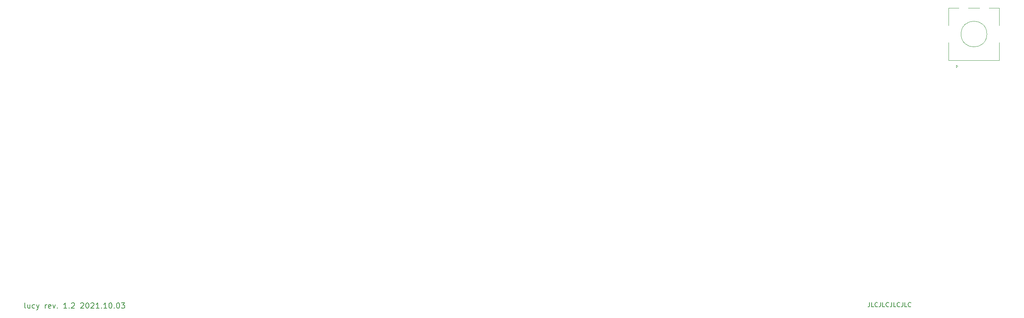
<source format=gto>
G04 #@! TF.GenerationSoftware,KiCad,Pcbnew,(5.1.4-0-10_14)*
G04 #@! TF.CreationDate,2021-10-03T12:43:46-05:00*
G04 #@! TF.ProjectId,lucy,6c756379-2e6b-4696-9361-645f70636258,rev?*
G04 #@! TF.SameCoordinates,Original*
G04 #@! TF.FileFunction,Legend,Top*
G04 #@! TF.FilePolarity,Positive*
%FSLAX46Y46*%
G04 Gerber Fmt 4.6, Leading zero omitted, Abs format (unit mm)*
G04 Created by KiCad (PCBNEW (5.1.4-0-10_14)) date 2021-10-03 12:43:46*
%MOMM*%
%LPD*%
G04 APERTURE LIST*
%ADD10C,0.200000*%
%ADD11C,0.150000*%
%ADD12C,0.120000*%
%ADD13C,2.540000*%
%ADD14C,1.701800*%
%ADD15C,3.987800*%
%ADD16R,2.000000X2.000000*%
%ADD17C,2.000000*%
%ADD18R,2.000000X3.200000*%
%ADD19C,0.100000*%
%ADD20C,1.803400*%
%ADD21O,1.300000X1.900000*%
%ADD22C,0.650000*%
%ADD23O,1.300000X2.400000*%
G04 APERTURE END LIST*
D10*
X99984070Y-117065476D02*
X99865022Y-117005952D01*
X99805499Y-116886904D01*
X99805499Y-115815476D01*
X100995975Y-116232142D02*
X100995975Y-117065476D01*
X100460260Y-116232142D02*
X100460260Y-116886904D01*
X100519784Y-117005952D01*
X100638832Y-117065476D01*
X100817403Y-117065476D01*
X100936451Y-117005952D01*
X100995975Y-116946428D01*
X102126927Y-117005952D02*
X102007880Y-117065476D01*
X101769784Y-117065476D01*
X101650737Y-117005952D01*
X101591213Y-116946428D01*
X101531689Y-116827380D01*
X101531689Y-116470238D01*
X101591213Y-116351190D01*
X101650737Y-116291666D01*
X101769784Y-116232142D01*
X102007880Y-116232142D01*
X102126927Y-116291666D01*
X102543594Y-116232142D02*
X102841213Y-117065476D01*
X103138832Y-116232142D02*
X102841213Y-117065476D01*
X102722165Y-117363095D01*
X102662641Y-117422619D01*
X102543594Y-117482142D01*
X104567403Y-117065476D02*
X104567403Y-116232142D01*
X104567403Y-116470238D02*
X104626927Y-116351190D01*
X104686451Y-116291666D01*
X104805499Y-116232142D01*
X104924546Y-116232142D01*
X105817403Y-117005952D02*
X105698356Y-117065476D01*
X105460260Y-117065476D01*
X105341213Y-117005952D01*
X105281689Y-116886904D01*
X105281689Y-116410714D01*
X105341213Y-116291666D01*
X105460260Y-116232142D01*
X105698356Y-116232142D01*
X105817403Y-116291666D01*
X105876927Y-116410714D01*
X105876927Y-116529761D01*
X105281689Y-116648809D01*
X106293594Y-116232142D02*
X106591213Y-117065476D01*
X106888832Y-116232142D01*
X107365022Y-116946428D02*
X107424546Y-117005952D01*
X107365022Y-117065476D01*
X107305499Y-117005952D01*
X107365022Y-116946428D01*
X107365022Y-117065476D01*
X109567403Y-117065476D02*
X108853118Y-117065476D01*
X109210260Y-117065476D02*
X109210260Y-115815476D01*
X109091213Y-115994047D01*
X108972165Y-116113095D01*
X108853118Y-116172619D01*
X110103118Y-116946428D02*
X110162641Y-117005952D01*
X110103118Y-117065476D01*
X110043594Y-117005952D01*
X110103118Y-116946428D01*
X110103118Y-117065476D01*
X110638832Y-115934523D02*
X110698356Y-115875000D01*
X110817403Y-115815476D01*
X111115022Y-115815476D01*
X111234070Y-115875000D01*
X111293594Y-115934523D01*
X111353118Y-116053571D01*
X111353118Y-116172619D01*
X111293594Y-116351190D01*
X110579308Y-117065476D01*
X111353118Y-117065476D01*
X112781689Y-115934523D02*
X112841213Y-115875000D01*
X112960260Y-115815476D01*
X113257880Y-115815476D01*
X113376927Y-115875000D01*
X113436451Y-115934523D01*
X113495975Y-116053571D01*
X113495975Y-116172619D01*
X113436451Y-116351190D01*
X112722165Y-117065476D01*
X113495975Y-117065476D01*
X114269784Y-115815476D02*
X114388832Y-115815476D01*
X114507880Y-115875000D01*
X114567403Y-115934523D01*
X114626927Y-116053571D01*
X114686451Y-116291666D01*
X114686451Y-116589285D01*
X114626927Y-116827380D01*
X114567403Y-116946428D01*
X114507880Y-117005952D01*
X114388832Y-117065476D01*
X114269784Y-117065476D01*
X114150737Y-117005952D01*
X114091213Y-116946428D01*
X114031689Y-116827380D01*
X113972165Y-116589285D01*
X113972165Y-116291666D01*
X114031689Y-116053571D01*
X114091213Y-115934523D01*
X114150737Y-115875000D01*
X114269784Y-115815476D01*
X115162641Y-115934523D02*
X115222165Y-115875000D01*
X115341213Y-115815476D01*
X115638832Y-115815476D01*
X115757880Y-115875000D01*
X115817403Y-115934523D01*
X115876927Y-116053571D01*
X115876927Y-116172619D01*
X115817403Y-116351190D01*
X115103118Y-117065476D01*
X115876927Y-117065476D01*
X117067403Y-117065476D02*
X116353118Y-117065476D01*
X116710260Y-117065476D02*
X116710260Y-115815476D01*
X116591213Y-115994047D01*
X116472165Y-116113095D01*
X116353118Y-116172619D01*
X117603118Y-116946428D02*
X117662641Y-117005952D01*
X117603118Y-117065476D01*
X117543594Y-117005952D01*
X117603118Y-116946428D01*
X117603118Y-117065476D01*
X118853118Y-117065476D02*
X118138832Y-117065476D01*
X118495975Y-117065476D02*
X118495975Y-115815476D01*
X118376927Y-115994047D01*
X118257880Y-116113095D01*
X118138832Y-116172619D01*
X119626927Y-115815476D02*
X119745975Y-115815476D01*
X119865022Y-115875000D01*
X119924546Y-115934523D01*
X119984070Y-116053571D01*
X120043594Y-116291666D01*
X120043594Y-116589285D01*
X119984070Y-116827380D01*
X119924546Y-116946428D01*
X119865022Y-117005952D01*
X119745975Y-117065476D01*
X119626927Y-117065476D01*
X119507880Y-117005952D01*
X119448356Y-116946428D01*
X119388832Y-116827380D01*
X119329308Y-116589285D01*
X119329308Y-116291666D01*
X119388832Y-116053571D01*
X119448356Y-115934523D01*
X119507880Y-115875000D01*
X119626927Y-115815476D01*
X120579308Y-116946428D02*
X120638832Y-117005952D01*
X120579308Y-117065476D01*
X120519784Y-117005952D01*
X120579308Y-116946428D01*
X120579308Y-117065476D01*
X121412641Y-115815476D02*
X121531689Y-115815476D01*
X121650737Y-115875000D01*
X121710260Y-115934523D01*
X121769784Y-116053571D01*
X121829308Y-116291666D01*
X121829308Y-116589285D01*
X121769784Y-116827380D01*
X121710260Y-116946428D01*
X121650737Y-117005952D01*
X121531689Y-117065476D01*
X121412641Y-117065476D01*
X121293594Y-117005952D01*
X121234070Y-116946428D01*
X121174546Y-116827380D01*
X121115022Y-116589285D01*
X121115022Y-116291666D01*
X121174546Y-116053571D01*
X121234070Y-115934523D01*
X121293594Y-115875000D01*
X121412641Y-115815476D01*
X122245975Y-115815476D02*
X123019784Y-115815476D01*
X122603118Y-116291666D01*
X122781689Y-116291666D01*
X122900737Y-116351190D01*
X122960260Y-116410714D01*
X123019784Y-116529761D01*
X123019784Y-116827380D01*
X122960260Y-116946428D01*
X122900737Y-117005952D01*
X122781689Y-117065476D01*
X122424546Y-117065476D01*
X122305499Y-117005952D01*
X122245975Y-116946428D01*
D11*
X296013577Y-115736694D02*
X296013577Y-116450980D01*
X295965958Y-116593837D01*
X295870720Y-116689075D01*
X295727863Y-116736694D01*
X295632625Y-116736694D01*
X296965958Y-116736694D02*
X296489767Y-116736694D01*
X296489767Y-115736694D01*
X297870720Y-116641456D02*
X297823101Y-116689075D01*
X297680244Y-116736694D01*
X297585005Y-116736694D01*
X297442148Y-116689075D01*
X297346910Y-116593837D01*
X297299291Y-116498599D01*
X297251672Y-116308123D01*
X297251672Y-116165266D01*
X297299291Y-115974790D01*
X297346910Y-115879552D01*
X297442148Y-115784314D01*
X297585005Y-115736694D01*
X297680244Y-115736694D01*
X297823101Y-115784314D01*
X297870720Y-115831933D01*
X298585005Y-115736694D02*
X298585005Y-116450980D01*
X298537386Y-116593837D01*
X298442148Y-116689075D01*
X298299291Y-116736694D01*
X298204053Y-116736694D01*
X299537386Y-116736694D02*
X299061196Y-116736694D01*
X299061196Y-115736694D01*
X300442148Y-116641456D02*
X300394529Y-116689075D01*
X300251672Y-116736694D01*
X300156434Y-116736694D01*
X300013577Y-116689075D01*
X299918339Y-116593837D01*
X299870720Y-116498599D01*
X299823101Y-116308123D01*
X299823101Y-116165266D01*
X299870720Y-115974790D01*
X299918339Y-115879552D01*
X300013577Y-115784314D01*
X300156434Y-115736694D01*
X300251672Y-115736694D01*
X300394529Y-115784314D01*
X300442148Y-115831933D01*
X301156434Y-115736694D02*
X301156434Y-116450980D01*
X301108815Y-116593837D01*
X301013577Y-116689075D01*
X300870720Y-116736694D01*
X300775482Y-116736694D01*
X302108815Y-116736694D02*
X301632625Y-116736694D01*
X301632625Y-115736694D01*
X303013577Y-116641456D02*
X302965958Y-116689075D01*
X302823101Y-116736694D01*
X302727863Y-116736694D01*
X302585005Y-116689075D01*
X302489767Y-116593837D01*
X302442148Y-116498599D01*
X302394529Y-116308123D01*
X302394529Y-116165266D01*
X302442148Y-115974790D01*
X302489767Y-115879552D01*
X302585005Y-115784314D01*
X302727863Y-115736694D01*
X302823101Y-115736694D01*
X302965958Y-115784314D01*
X303013577Y-115831933D01*
X303727863Y-115736694D02*
X303727863Y-116450980D01*
X303680244Y-116593837D01*
X303585005Y-116689075D01*
X303442148Y-116736694D01*
X303346910Y-116736694D01*
X304680244Y-116736694D02*
X304204053Y-116736694D01*
X304204053Y-115736694D01*
X305585005Y-116641456D02*
X305537386Y-116689075D01*
X305394529Y-116736694D01*
X305299291Y-116736694D01*
X305156434Y-116689075D01*
X305061196Y-116593837D01*
X305013577Y-116498599D01*
X304965958Y-116308123D01*
X304965958Y-116165266D01*
X305013577Y-115974790D01*
X305061196Y-115879552D01*
X305156434Y-115784314D01*
X305299291Y-115736694D01*
X305394529Y-115736694D01*
X305537386Y-115784314D01*
X305585005Y-115831933D01*
D12*
X323752725Y-47093950D02*
X326152725Y-47093950D01*
X318952725Y-47093950D02*
X321552725Y-47093950D01*
X314352725Y-47093950D02*
X316752725Y-47093950D01*
X316152725Y-60393950D02*
X316452725Y-60693950D01*
X316152725Y-60993950D02*
X316152725Y-60393950D01*
X316452725Y-60693950D02*
X316152725Y-60993950D01*
X314352725Y-59293950D02*
X326152725Y-59293950D01*
X314352725Y-55193950D02*
X314352725Y-59293950D01*
X326152725Y-55193950D02*
X326152725Y-59293950D01*
X326152725Y-47093950D02*
X326152725Y-51193950D01*
X314352725Y-51193950D02*
X314352725Y-47093950D01*
X323252725Y-53193950D02*
G75*
G03X323252725Y-53193950I-3000000J0D01*
G01*
%LPC*%
D13*
X316468185Y-69691370D03*
X322818185Y-67151370D03*
D14*
X325358185Y-72231370D03*
X315198185Y-72231370D03*
D15*
X320278185Y-72231370D03*
D13*
X121205625Y-50641250D03*
X127555625Y-48101250D03*
D14*
X130095625Y-53181250D03*
X119935625Y-53181250D03*
D15*
X125015625Y-53181250D03*
D13*
X316468185Y-107791530D03*
X322818185Y-105251530D03*
D14*
X325358185Y-110331530D03*
X315198185Y-110331530D03*
D15*
X320278185Y-110331530D03*
D16*
X317752725Y-60693950D03*
D17*
X320252725Y-60693950D03*
X322752725Y-60693950D03*
D18*
X314652725Y-53193950D03*
X325852725Y-53193950D03*
D17*
X317752725Y-46193950D03*
X322752725Y-46193950D03*
D19*
G36*
X192041441Y-55200471D02*
G01*
X192085206Y-55206963D01*
X192128125Y-55217713D01*
X192169783Y-55232619D01*
X192209779Y-55251536D01*
X192247729Y-55274282D01*
X192283266Y-55300638D01*
X192316049Y-55330351D01*
X192345762Y-55363134D01*
X192372118Y-55398671D01*
X192394864Y-55436621D01*
X192413781Y-55476617D01*
X192428687Y-55518275D01*
X192439437Y-55561194D01*
X192445929Y-55604959D01*
X192448100Y-55649150D01*
X192448100Y-56550850D01*
X192445929Y-56595041D01*
X192439437Y-56638806D01*
X192428687Y-56681725D01*
X192413781Y-56723383D01*
X192394864Y-56763379D01*
X192372118Y-56801329D01*
X192345762Y-56836866D01*
X192316049Y-56869649D01*
X192283266Y-56899362D01*
X192247729Y-56925718D01*
X192209779Y-56948464D01*
X192169783Y-56967381D01*
X192128125Y-56982287D01*
X192085206Y-56993037D01*
X192041441Y-56999529D01*
X191997250Y-57001700D01*
X191095550Y-57001700D01*
X191051359Y-56999529D01*
X191007594Y-56993037D01*
X190964675Y-56982287D01*
X190923017Y-56967381D01*
X190883021Y-56948464D01*
X190845071Y-56925718D01*
X190809534Y-56899362D01*
X190776751Y-56869649D01*
X190747038Y-56836866D01*
X190720682Y-56801329D01*
X190697936Y-56763379D01*
X190679019Y-56723383D01*
X190664113Y-56681725D01*
X190653363Y-56638806D01*
X190646871Y-56595041D01*
X190644700Y-56550850D01*
X190644700Y-55649150D01*
X190646871Y-55604959D01*
X190653363Y-55561194D01*
X190664113Y-55518275D01*
X190679019Y-55476617D01*
X190697936Y-55436621D01*
X190720682Y-55398671D01*
X190747038Y-55363134D01*
X190776751Y-55330351D01*
X190809534Y-55300638D01*
X190845071Y-55274282D01*
X190883021Y-55251536D01*
X190923017Y-55232619D01*
X190964675Y-55217713D01*
X191007594Y-55206963D01*
X191051359Y-55200471D01*
X191095550Y-55198300D01*
X191997250Y-55198300D01*
X192041441Y-55200471D01*
X192041441Y-55200471D01*
G37*
D20*
X191546400Y-56100000D03*
X191140000Y-58640000D03*
X191546400Y-61180000D03*
X191140000Y-63720000D03*
X191546400Y-66260000D03*
X191140000Y-68800000D03*
D21*
X111189825Y-43258627D03*
D22*
X112599825Y-46907627D03*
X118379825Y-46907627D03*
D21*
X119789825Y-43258627D03*
D23*
X119789825Y-47458627D03*
X111189825Y-47458627D03*
D15*
X320278125Y-53181250D03*
D14*
X315198125Y-53181250D03*
X325358125Y-53181250D03*
D13*
X322818125Y-48101250D03*
X316468125Y-50641250D03*
X316468185Y-88741450D03*
X322818185Y-86201450D03*
D14*
X325358185Y-91281450D03*
X315198185Y-91281450D03*
D15*
X320278185Y-91281450D03*
D13*
X83105625Y-50641250D03*
X89455625Y-48101250D03*
D14*
X91995625Y-53181250D03*
X81835625Y-53181250D03*
D15*
X86915625Y-53181250D03*
D13*
X102155625Y-50641250D03*
X108505625Y-48101250D03*
D14*
X111045625Y-53181250D03*
X100885625Y-53181250D03*
D15*
X105965625Y-53181250D03*
X144065625Y-53181250D03*
D14*
X138985625Y-53181250D03*
X149145625Y-53181250D03*
D13*
X146605625Y-48101250D03*
X140255625Y-50641250D03*
X159305625Y-50641250D03*
X165655625Y-48101250D03*
D14*
X168195625Y-53181250D03*
X158035625Y-53181250D03*
D15*
X163115625Y-53181250D03*
D13*
X178355625Y-50641250D03*
X184705625Y-48101250D03*
D14*
X187245625Y-53181250D03*
X177085625Y-53181250D03*
D15*
X182165625Y-53181250D03*
D13*
X197405625Y-50641250D03*
X203755625Y-48101250D03*
D14*
X206295625Y-53181250D03*
X196135625Y-53181250D03*
D15*
X201215625Y-53181250D03*
D13*
X216455625Y-50641250D03*
X222805625Y-48101250D03*
D14*
X225345625Y-53181250D03*
X215185625Y-53181250D03*
D15*
X220265625Y-53181250D03*
D13*
X235505625Y-50641250D03*
X241855625Y-48101250D03*
D14*
X244395625Y-53181250D03*
X234235625Y-53181250D03*
D15*
X239315625Y-53181250D03*
D13*
X254555625Y-50641250D03*
X260905625Y-48101250D03*
D14*
X263445625Y-53181250D03*
X253285625Y-53181250D03*
D15*
X258365625Y-53181250D03*
D13*
X273605625Y-50641250D03*
X279955625Y-48101250D03*
D14*
X282495625Y-53181250D03*
X272335625Y-53181250D03*
D15*
X277415625Y-53181250D03*
D13*
X292655625Y-50641250D03*
X299005625Y-48101250D03*
D14*
X301545625Y-53181250D03*
X291385625Y-53181250D03*
D15*
X296465625Y-53181250D03*
D13*
X83105625Y-69691250D03*
X89455625Y-67151250D03*
D14*
X91995625Y-72231250D03*
X81835625Y-72231250D03*
D15*
X86915625Y-72231250D03*
D13*
X102155625Y-69691250D03*
X108505625Y-67151250D03*
D14*
X111045625Y-72231250D03*
X100885625Y-72231250D03*
D15*
X105965625Y-72231250D03*
D13*
X121205625Y-69691250D03*
X127555625Y-67151250D03*
D14*
X130095625Y-72231250D03*
X119935625Y-72231250D03*
D15*
X125015625Y-72231250D03*
D13*
X140260799Y-69691250D03*
X146610799Y-67151250D03*
D14*
X149150799Y-72231250D03*
X138990799Y-72231250D03*
D15*
X144070799Y-72231250D03*
D13*
X159305625Y-69691250D03*
X165655625Y-67151250D03*
D14*
X168195625Y-72231250D03*
X158035625Y-72231250D03*
D15*
X163115625Y-72231250D03*
D13*
X178355625Y-69691250D03*
X184705625Y-67151250D03*
D14*
X187245625Y-72231250D03*
X177085625Y-72231250D03*
D15*
X182165625Y-72231250D03*
D13*
X197405625Y-69691250D03*
X203755625Y-67151250D03*
D14*
X206295625Y-72231250D03*
X196135625Y-72231250D03*
D15*
X201215625Y-72231250D03*
D13*
X216455625Y-69691250D03*
X222805625Y-67151250D03*
D14*
X225345625Y-72231250D03*
X215185625Y-72231250D03*
D15*
X220265625Y-72231250D03*
D13*
X235505625Y-69691250D03*
X241855625Y-67151250D03*
D14*
X244395625Y-72231250D03*
X234235625Y-72231250D03*
D15*
X239315625Y-72231250D03*
D13*
X254555625Y-69691250D03*
X260905625Y-67151250D03*
D14*
X263445625Y-72231250D03*
X253285625Y-72231250D03*
D15*
X258365625Y-72231250D03*
D13*
X273605625Y-69691250D03*
X279955625Y-67151250D03*
D14*
X282495625Y-72231250D03*
X272335625Y-72231250D03*
D15*
X277415625Y-72231250D03*
D13*
X292655625Y-69691250D03*
X299005625Y-67151250D03*
D14*
X301545625Y-72231250D03*
X291385625Y-72231250D03*
D15*
X296465625Y-72231250D03*
D13*
X83105625Y-88741250D03*
X89455625Y-86201250D03*
D14*
X91995625Y-91281250D03*
X81835625Y-91281250D03*
D15*
X86915625Y-91281250D03*
D13*
X102155625Y-88741250D03*
X108505625Y-86201250D03*
D14*
X111045625Y-91281250D03*
X100885625Y-91281250D03*
D15*
X105965625Y-91281250D03*
D13*
X121205625Y-88741250D03*
X127555625Y-86201250D03*
D14*
X130095625Y-91281250D03*
X119935625Y-91281250D03*
D15*
X125015625Y-91281250D03*
D13*
X140255625Y-88741250D03*
X146605625Y-86201250D03*
D14*
X149145625Y-91281250D03*
X138985625Y-91281250D03*
D15*
X144065625Y-91281250D03*
D13*
X159305625Y-88741250D03*
X165655625Y-86201250D03*
D14*
X168195625Y-91281250D03*
X158035625Y-91281250D03*
D15*
X163115625Y-91281250D03*
D13*
X178355625Y-88741250D03*
X184705625Y-86201250D03*
D14*
X187245625Y-91281250D03*
X177085625Y-91281250D03*
D15*
X182165625Y-91281250D03*
D13*
X216455625Y-88741250D03*
X222805625Y-86201250D03*
D14*
X225345625Y-91281250D03*
X215185625Y-91281250D03*
D15*
X220265625Y-91281250D03*
D13*
X235505625Y-88741250D03*
X241855625Y-86201250D03*
D14*
X244395625Y-91281250D03*
X234235625Y-91281250D03*
D15*
X239315625Y-91281250D03*
D13*
X254555625Y-88741250D03*
X260905625Y-86201250D03*
D14*
X263445625Y-91281250D03*
X253285625Y-91281250D03*
D15*
X258365625Y-91281250D03*
D13*
X273605625Y-88741250D03*
X279955625Y-86201250D03*
D14*
X282495625Y-91281250D03*
X272335625Y-91281250D03*
D15*
X277415625Y-91281250D03*
D13*
X83105625Y-107791250D03*
X89455625Y-105251250D03*
D14*
X91995625Y-110331250D03*
X81835625Y-110331250D03*
D15*
X86915625Y-110331250D03*
D13*
X102155625Y-107791250D03*
X108505625Y-105251250D03*
D14*
X111045625Y-110331250D03*
X100885625Y-110331250D03*
D15*
X105965625Y-110331250D03*
D13*
X121205625Y-107791250D03*
X127555625Y-105251250D03*
D14*
X130095625Y-110331250D03*
X119935625Y-110331250D03*
D15*
X125015625Y-110331250D03*
D13*
X140255625Y-107791250D03*
X146605625Y-105251250D03*
D14*
X149145625Y-110331250D03*
X138985625Y-110331250D03*
D15*
X144065625Y-110331250D03*
D13*
X159305625Y-107791250D03*
X165655625Y-105251250D03*
D14*
X168195625Y-110331250D03*
X158035625Y-110331250D03*
D15*
X163115625Y-110331250D03*
D13*
X178355625Y-107791250D03*
X184705625Y-105251250D03*
D14*
X187245625Y-110331250D03*
X177085625Y-110331250D03*
D15*
X182165625Y-110331250D03*
D13*
X216455625Y-107791250D03*
X222805625Y-105251250D03*
D14*
X225345625Y-110331250D03*
X215185625Y-110331250D03*
D15*
X220265625Y-110331250D03*
D13*
X235505625Y-107791250D03*
X241855625Y-105251250D03*
D14*
X244395625Y-110331250D03*
X234235625Y-110331250D03*
D15*
X239315625Y-110331250D03*
D13*
X254555625Y-107791250D03*
X260905625Y-105251250D03*
D14*
X263445625Y-110331250D03*
X253285625Y-110331250D03*
D15*
X258365625Y-110331250D03*
D13*
X273605625Y-107791250D03*
X279955625Y-105251250D03*
D14*
X282495625Y-110331250D03*
X272335625Y-110331250D03*
D15*
X277415625Y-110331250D03*
D13*
X197405625Y-88741250D03*
X203755625Y-86201250D03*
D14*
X206295625Y-91281250D03*
X196135625Y-91281250D03*
D15*
X201215625Y-91281250D03*
D13*
X197405625Y-107791250D03*
X203755625Y-105251250D03*
D14*
X206295625Y-110331250D03*
X196135625Y-110331250D03*
D15*
X201215625Y-110331250D03*
D13*
X292655625Y-88741250D03*
X299005625Y-86201250D03*
D14*
X301545625Y-91281250D03*
X291385625Y-91281250D03*
D15*
X296465625Y-91281250D03*
D13*
X292655625Y-107791250D03*
X299005625Y-105251250D03*
D14*
X301545625Y-110331250D03*
X291385625Y-110331250D03*
D15*
X296465625Y-110331250D03*
M02*

</source>
